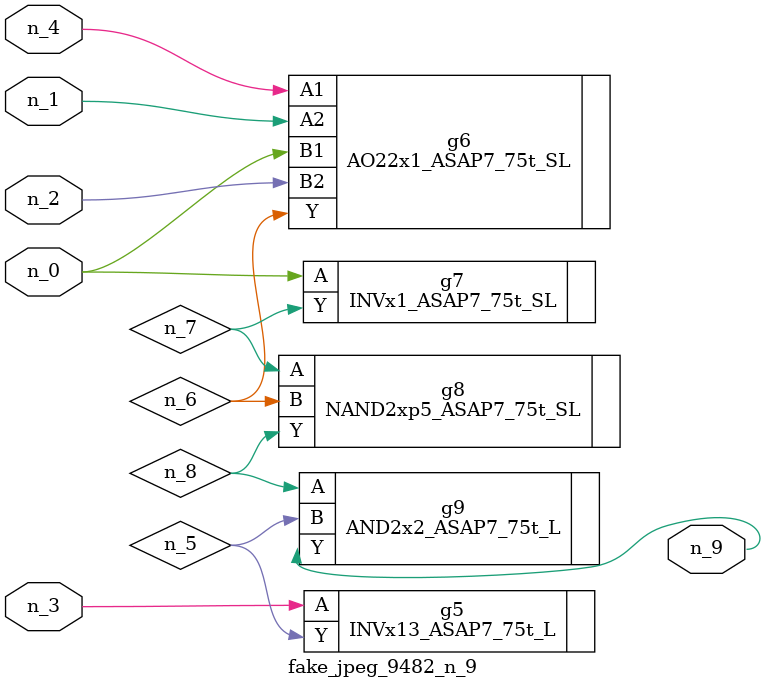
<source format=v>
module fake_jpeg_9482_n_9 (n_3, n_2, n_1, n_0, n_4, n_9);

input n_3;
input n_2;
input n_1;
input n_0;
input n_4;

output n_9;

wire n_8;
wire n_6;
wire n_5;
wire n_7;

INVx13_ASAP7_75t_L g5 ( 
.A(n_3),
.Y(n_5)
);

AO22x1_ASAP7_75t_SL g6 ( 
.A1(n_4),
.A2(n_1),
.B1(n_0),
.B2(n_2),
.Y(n_6)
);

INVx1_ASAP7_75t_SL g7 ( 
.A(n_0),
.Y(n_7)
);

NAND2xp5_ASAP7_75t_SL g8 ( 
.A(n_7),
.B(n_6),
.Y(n_8)
);

AND2x2_ASAP7_75t_L g9 ( 
.A(n_8),
.B(n_5),
.Y(n_9)
);


endmodule
</source>
